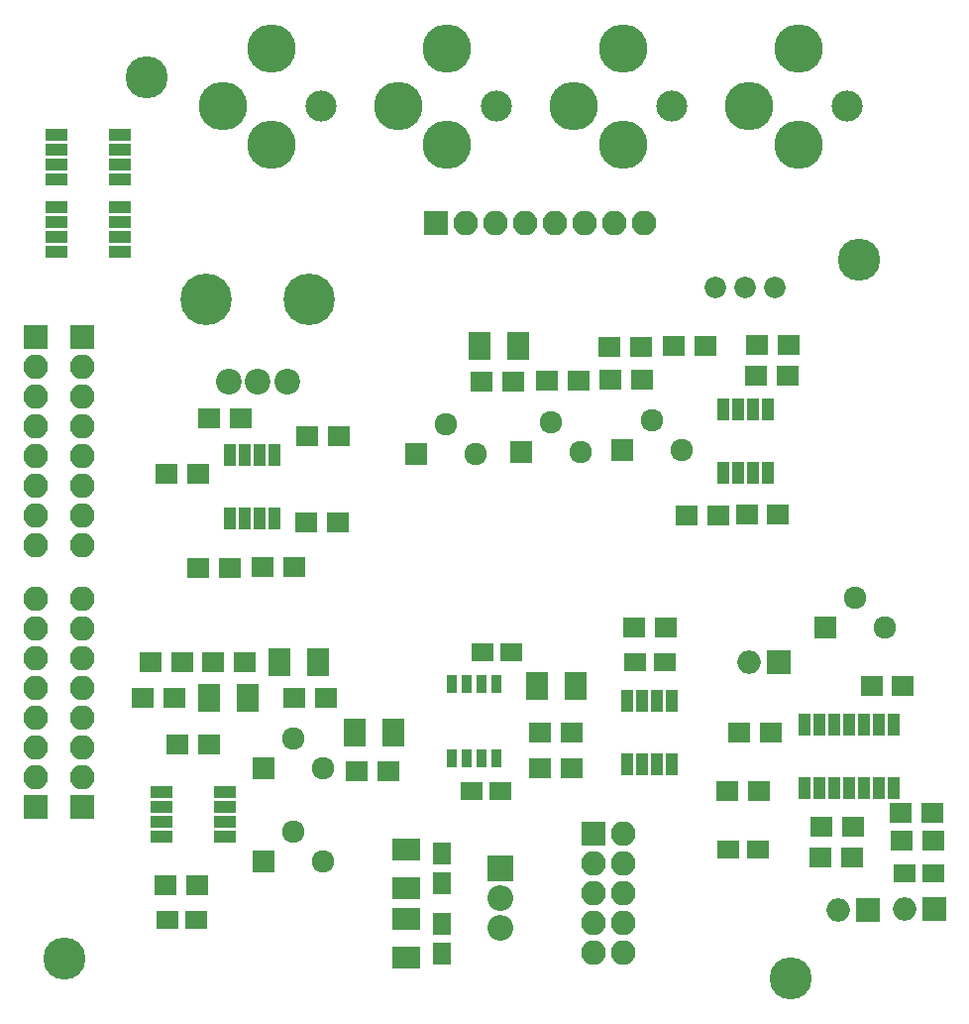
<source format=gbr>
%TF.GenerationSoftware,KiCad,Pcbnew,(2017-07-14 revision 22e95aa)-master*%
%TF.CreationDate,2017-07-26T18:39:18+02:00*%
%TF.ProjectId,allcolours,616C6C636F6C6F7572732E6B69636164,rev?*%
%TF.SameCoordinates,Original%
%TF.FileFunction,Soldermask,Top*%
%TF.FilePolarity,Negative*%
%FSLAX46Y46*%
G04 Gerber Fmt 4.6, Leading zero omitted, Abs format (unit mm)*
G04 Created by KiCad (PCBNEW (2017-07-14 revision 22e95aa)-master) date Wed Jul 26 18:39:18 2017*
%MOMM*%
%LPD*%
G01*
G04 APERTURE LIST*
%ADD10C,3.600000*%
%ADD11R,1.924000X2.432000*%
%ADD12R,1.900000X1.650000*%
%ADD13R,1.650000X1.900000*%
%ADD14R,2.432000X1.924000*%
%ADD15R,2.000000X2.000000*%
%ADD16O,2.000000X2.000000*%
%ADD17O,2.647900X2.647900*%
%ADD18O,4.149040X4.149040*%
%ADD19O,2.100000X2.100000*%
%ADD20R,2.100000X2.100000*%
%ADD21C,1.920000*%
%ADD22R,1.920000X1.920000*%
%ADD23R,1.900000X1.700000*%
%ADD24C,1.840000*%
%ADD25C,2.200000*%
%ADD26C,4.400000*%
%ADD27R,1.000000X1.900000*%
%ADD28R,1.950000X1.000000*%
%ADD29R,1.000000X1.950000*%
%ADD30R,0.908000X1.543000*%
%ADD31R,2.200000X2.200000*%
%ADD32O,2.200000X2.200000*%
G04 APERTURE END LIST*
D10*
%TO.C,REF\002A\002A*%
X132000000Y-112300000D03*
%TD*%
%TO.C,REF\002A\002A*%
X194000000Y-114000000D03*
%TD*%
%TO.C,REF\002A\002A*%
X199900000Y-52600000D03*
%TD*%
D11*
%TO.C,C1*%
X150349000Y-87000000D03*
X153651000Y-87000000D03*
%TD*%
%TO.C,C2*%
X167459000Y-59960000D03*
X170761000Y-59960000D03*
%TD*%
D12*
%TO.C,C3*%
X206250000Y-105000000D03*
X203750000Y-105000000D03*
%TD*%
D11*
%TO.C,C4*%
X156749000Y-92990000D03*
X160051000Y-92990000D03*
%TD*%
%TO.C,C5*%
X144349000Y-90000000D03*
X147651000Y-90000000D03*
%TD*%
D12*
%TO.C,C6*%
X143250000Y-109000000D03*
X140750000Y-109000000D03*
%TD*%
%TO.C,C7*%
X191250000Y-103000000D03*
X188750000Y-103000000D03*
%TD*%
%TO.C,C8*%
X170190000Y-86170000D03*
X167690000Y-86170000D03*
%TD*%
%TO.C,C9*%
X169250000Y-98000000D03*
X166750000Y-98000000D03*
%TD*%
D11*
%TO.C,C10*%
X175651000Y-89000000D03*
X172349000Y-89000000D03*
%TD*%
D12*
%TO.C,C11*%
X183250000Y-87000000D03*
X180750000Y-87000000D03*
%TD*%
D13*
%TO.C,C12*%
X164200000Y-103350000D03*
X164200000Y-105850000D03*
%TD*%
D14*
%TO.C,C13*%
X161200000Y-106251000D03*
X161200000Y-102949000D03*
%TD*%
%TO.C,C14*%
X161200000Y-112251000D03*
X161200000Y-108949000D03*
%TD*%
D13*
%TO.C,C15*%
X164200000Y-109350000D03*
X164200000Y-111850000D03*
%TD*%
D15*
%TO.C,D1*%
X206310000Y-108040000D03*
D16*
X203770000Y-108040000D03*
%TD*%
%TO.C,D2*%
X198070000Y-108170000D03*
D15*
X200610000Y-108170000D03*
%TD*%
D16*
%TO.C,D3*%
X190460000Y-87000000D03*
D15*
X193000000Y-87000000D03*
%TD*%
D17*
%TO.C,M1*%
X183898620Y-39500000D03*
D18*
X179700000Y-42799460D03*
X179700000Y-34600340D03*
X175501380Y-39500000D03*
%TD*%
%TO.C,M2*%
X190501380Y-39500000D03*
X194700000Y-34600340D03*
X194700000Y-42799460D03*
D17*
X198898620Y-39500000D03*
%TD*%
%TO.C,M3*%
X153898620Y-39500000D03*
D18*
X149700000Y-42799460D03*
X149700000Y-34600340D03*
X145501380Y-39500000D03*
%TD*%
%TO.C,M4*%
X160501380Y-39500000D03*
X164700000Y-34600340D03*
X164700000Y-42799460D03*
D17*
X168898620Y-39500000D03*
%TD*%
D19*
%TO.C,P1*%
X181480000Y-49500000D03*
X178940000Y-49500000D03*
X176400000Y-49500000D03*
X173860000Y-49500000D03*
X171320000Y-49500000D03*
X168780000Y-49500000D03*
X166240000Y-49500000D03*
D20*
X163700000Y-49500000D03*
%TD*%
%TO.C,P2*%
X129500000Y-99300000D03*
D19*
X129500000Y-96760000D03*
X129500000Y-94220000D03*
X129500000Y-91680000D03*
X129500000Y-89140000D03*
X129500000Y-86600000D03*
X129500000Y-84060000D03*
X129500000Y-81520000D03*
%TD*%
D20*
%TO.C,P3*%
X133500000Y-59200000D03*
D19*
X133500000Y-61740000D03*
X133500000Y-64280000D03*
X133500000Y-66820000D03*
X133500000Y-69360000D03*
X133500000Y-71900000D03*
X133500000Y-74440000D03*
X133500000Y-76980000D03*
%TD*%
D20*
%TO.C,P4*%
X177200000Y-101600000D03*
D19*
X179740000Y-101600000D03*
X177200000Y-104140000D03*
X179740000Y-104140000D03*
X177200000Y-106680000D03*
X179740000Y-106680000D03*
X177200000Y-109220000D03*
X179740000Y-109220000D03*
X177200000Y-111760000D03*
X179740000Y-111760000D03*
%TD*%
D20*
%TO.C,P5*%
X133500000Y-99300000D03*
D19*
X133500000Y-96760000D03*
X133500000Y-94220000D03*
X133500000Y-91680000D03*
X133500000Y-89140000D03*
X133500000Y-86600000D03*
X133500000Y-84060000D03*
X133500000Y-81520000D03*
%TD*%
%TO.C,P6*%
X129500000Y-76980000D03*
X129500000Y-74440000D03*
X129500000Y-71900000D03*
X129500000Y-69360000D03*
X129500000Y-66820000D03*
X129500000Y-64280000D03*
X129500000Y-61740000D03*
D20*
X129500000Y-59200000D03*
%TD*%
D21*
%TO.C,Q1*%
X151540000Y-101460000D03*
X154080000Y-104000000D03*
D22*
X149000000Y-104000000D03*
%TD*%
D21*
%TO.C,Q2*%
X164570000Y-66700000D03*
X167110000Y-69240000D03*
D22*
X162030000Y-69240000D03*
%TD*%
%TO.C,Q3*%
X149000000Y-96000000D03*
D21*
X154080000Y-96000000D03*
X151540000Y-93460000D03*
%TD*%
D22*
%TO.C,Q4*%
X171000000Y-69000000D03*
D21*
X176080000Y-69000000D03*
X173540000Y-66460000D03*
%TD*%
%TO.C,Q5*%
X182170000Y-66340000D03*
X184710000Y-68880000D03*
D22*
X179630000Y-68880000D03*
%TD*%
%TO.C,Q6*%
X197000000Y-84000000D03*
D21*
X202080000Y-84000000D03*
X199540000Y-81460000D03*
%TD*%
D23*
%TO.C,R1*%
X159700000Y-96280000D03*
X157000000Y-96280000D03*
%TD*%
%TO.C,R2*%
X151650000Y-90000000D03*
X154350000Y-90000000D03*
%TD*%
%TO.C,R3*%
X167650000Y-63000000D03*
X170350000Y-63000000D03*
%TD*%
%TO.C,R4*%
X173210000Y-62920000D03*
X175910000Y-62920000D03*
%TD*%
%TO.C,R5*%
X139340000Y-87010000D03*
X142040000Y-87010000D03*
%TD*%
%TO.C,R6*%
X147350000Y-87000000D03*
X144650000Y-87000000D03*
%TD*%
%TO.C,R7*%
X206180000Y-99820000D03*
X203480000Y-99820000D03*
%TD*%
%TO.C,R8*%
X199350000Y-101000000D03*
X196650000Y-101000000D03*
%TD*%
%TO.C,R9*%
X199310000Y-103680000D03*
X196610000Y-103680000D03*
%TD*%
%TO.C,R10*%
X178540000Y-60080000D03*
X181240000Y-60080000D03*
%TD*%
%TO.C,R11*%
X141350000Y-90000000D03*
X138650000Y-90000000D03*
%TD*%
%TO.C,R12*%
X186760000Y-59990000D03*
X184060000Y-59990000D03*
%TD*%
%TO.C,R13*%
X178630000Y-62830000D03*
X181330000Y-62830000D03*
%TD*%
%TO.C,R14*%
X188650000Y-98000000D03*
X191350000Y-98000000D03*
%TD*%
%TO.C,R15*%
X203540000Y-102220000D03*
X206240000Y-102220000D03*
%TD*%
%TO.C,R16*%
X187820000Y-74480000D03*
X185120000Y-74480000D03*
%TD*%
%TO.C,R17*%
X190280000Y-74390000D03*
X192980000Y-74390000D03*
%TD*%
%TO.C,R18*%
X191170000Y-59900000D03*
X193870000Y-59900000D03*
%TD*%
%TO.C,R19*%
X143350000Y-106000000D03*
X140650000Y-106000000D03*
%TD*%
%TO.C,R20*%
X189650000Y-93000000D03*
X192350000Y-93000000D03*
%TD*%
%TO.C,R21*%
X141650000Y-94000000D03*
X144350000Y-94000000D03*
%TD*%
%TO.C,R22*%
X191080000Y-62480000D03*
X193780000Y-62480000D03*
%TD*%
%TO.C,R23*%
X146120000Y-78920000D03*
X143420000Y-78920000D03*
%TD*%
%TO.C,R24*%
X152650000Y-75000000D03*
X155350000Y-75000000D03*
%TD*%
%TO.C,R25*%
X203650000Y-89050000D03*
X200950000Y-89050000D03*
%TD*%
%TO.C,R26*%
X151650000Y-78870000D03*
X148950000Y-78870000D03*
%TD*%
%TO.C,R27*%
X143380000Y-70930000D03*
X140680000Y-70930000D03*
%TD*%
%TO.C,R28*%
X147070000Y-66130000D03*
X144370000Y-66130000D03*
%TD*%
%TO.C,R29*%
X152700000Y-67690000D03*
X155400000Y-67690000D03*
%TD*%
%TO.C,R30*%
X175350000Y-96000000D03*
X172650000Y-96000000D03*
%TD*%
%TO.C,R31*%
X175350000Y-93000000D03*
X172650000Y-93000000D03*
%TD*%
%TO.C,R32*%
X183350000Y-84000000D03*
X180650000Y-84000000D03*
%TD*%
D24*
%TO.C,RV1*%
X187630000Y-55010000D03*
X190170000Y-55010000D03*
X192710000Y-55010000D03*
%TD*%
D25*
%TO.C,RV2*%
X146000000Y-63000000D03*
X148500000Y-63000000D03*
X151000000Y-63000000D03*
D26*
X144100000Y-56000000D03*
X152900000Y-56000000D03*
%TD*%
D27*
%TO.C,U1*%
X195190000Y-97700000D03*
X196460000Y-97700000D03*
X197730000Y-97700000D03*
X199000000Y-97700000D03*
X200270000Y-97700000D03*
X201540000Y-97700000D03*
X202810000Y-97700000D03*
X202810000Y-92300000D03*
X201540000Y-92300000D03*
X200270000Y-92300000D03*
X199000000Y-92300000D03*
X197730000Y-92300000D03*
X196460000Y-92300000D03*
X195190000Y-92300000D03*
%TD*%
D28*
%TO.C,U2*%
X140300000Y-98095000D03*
X140300000Y-99365000D03*
X140300000Y-100635000D03*
X140300000Y-101905000D03*
X145700000Y-101905000D03*
X145700000Y-100635000D03*
X145700000Y-99365000D03*
X145700000Y-98095000D03*
%TD*%
D29*
%TO.C,U3*%
X188305000Y-65380000D03*
X189575000Y-65380000D03*
X190845000Y-65380000D03*
X192115000Y-65380000D03*
X192115000Y-70780000D03*
X190845000Y-70780000D03*
X189575000Y-70780000D03*
X188305000Y-70780000D03*
%TD*%
D30*
%TO.C,U4*%
X165095000Y-88825000D03*
X166365000Y-88825000D03*
X167635000Y-88825000D03*
X168905000Y-88825000D03*
X168905000Y-95175000D03*
X167635000Y-95175000D03*
X166365000Y-95175000D03*
X165095000Y-95175000D03*
%TD*%
D29*
%TO.C,U5*%
X146095000Y-74700000D03*
X147365000Y-74700000D03*
X148635000Y-74700000D03*
X149905000Y-74700000D03*
X149905000Y-69300000D03*
X148635000Y-69300000D03*
X147365000Y-69300000D03*
X146095000Y-69300000D03*
%TD*%
%TO.C,U6*%
X180095000Y-90300000D03*
X181365000Y-90300000D03*
X182635000Y-90300000D03*
X183905000Y-90300000D03*
X183905000Y-95700000D03*
X182635000Y-95700000D03*
X181365000Y-95700000D03*
X180095000Y-95700000D03*
%TD*%
D28*
%TO.C,U7*%
X136700000Y-48095000D03*
X136700000Y-49365000D03*
X136700000Y-50635000D03*
X136700000Y-51905000D03*
X131300000Y-51905000D03*
X131300000Y-50635000D03*
X131300000Y-49365000D03*
X131300000Y-48095000D03*
%TD*%
%TO.C,U8*%
X131300000Y-41895000D03*
X131300000Y-43165000D03*
X131300000Y-44435000D03*
X131300000Y-45705000D03*
X136700000Y-45705000D03*
X136700000Y-44435000D03*
X136700000Y-43165000D03*
X136700000Y-41895000D03*
%TD*%
D31*
%TO.C,U9*%
X169200000Y-104600000D03*
D32*
X169200000Y-107140000D03*
X169200000Y-109680000D03*
%TD*%
D10*
%TO.C,REF\002A\002A*%
X139000000Y-37000000D03*
%TD*%
M02*

</source>
